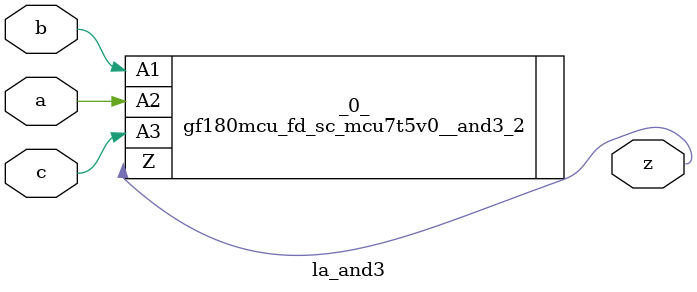
<source format=v>

/* Generated by Yosys 0.37 (git sha1 a5c7f69ed, clang 14.0.0-1ubuntu1.1 -fPIC -Os) */

module la_and3(a, b, c, z);
  input a;
  wire a;
  input b;
  wire b;
  input c;
  wire c;
  output z;
  wire z;
  gf180mcu_fd_sc_mcu7t5v0__and3_2 _0_ (
    .A1(b),
    .A2(a),
    .A3(c),
    .Z(z)
  );
endmodule

</source>
